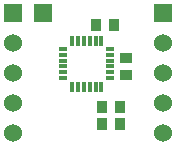
<source format=gts>
G04 (created by PCBNEW (2013-jul-07)-stable) date Tue 11 Feb 2014 01:04:26 AM EST*
%MOIN*%
G04 Gerber Fmt 3.4, Leading zero omitted, Abs format*
%FSLAX34Y34*%
G01*
G70*
G90*
G04 APERTURE LIST*
%ADD10C,0.00590551*%
%ADD11R,0.0314961X0.0137795*%
%ADD12R,0.0137795X0.0334646*%
%ADD13R,0.06X0.06*%
%ADD14R,0.0394X0.0354*%
%ADD15R,0.0354X0.0394*%
%ADD16C,0.06*%
G04 APERTURE END LIST*
G54D10*
G54D11*
X136662Y-80207D03*
X136662Y-80404D03*
X136662Y-80601D03*
X136662Y-80798D03*
X136662Y-80995D03*
X136662Y-81192D03*
G54D12*
X136957Y-81467D03*
X137154Y-81467D03*
X137351Y-81467D03*
X137548Y-81467D03*
X137745Y-81467D03*
X137942Y-81467D03*
G54D11*
X138237Y-81192D03*
X138237Y-80995D03*
X138237Y-80798D03*
X138237Y-80601D03*
X138237Y-80404D03*
X138237Y-80207D03*
G54D12*
X137942Y-79932D03*
X137745Y-79932D03*
X137548Y-79932D03*
X137351Y-79932D03*
X137154Y-79932D03*
X136957Y-79932D03*
G54D13*
X136000Y-79000D03*
G54D14*
X138750Y-81096D03*
X138750Y-80504D03*
G54D15*
X137954Y-82700D03*
X138546Y-82700D03*
X137954Y-82150D03*
X138546Y-82150D03*
X137754Y-79400D03*
X138346Y-79400D03*
G54D13*
X140000Y-79000D03*
G54D16*
X140000Y-80000D03*
X140000Y-81000D03*
X140000Y-82000D03*
X140000Y-83000D03*
G54D13*
X135000Y-79000D03*
G54D16*
X135000Y-80000D03*
X135000Y-81000D03*
X135000Y-82000D03*
X135000Y-83000D03*
M02*

</source>
